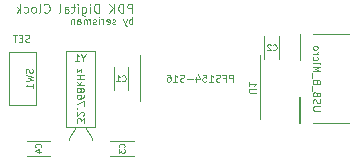
<source format=gbr>
G04 #@! TF.GenerationSoftware,KiCad,Pcbnew,(5.1.5)-3*
G04 #@! TF.CreationDate,2020-07-16T22:53:37-05:00*
G04 #@! TF.ProjectId,pcb,7063622e-6b69-4636-9164-5f7063625858,rev?*
G04 #@! TF.SameCoordinates,Original*
G04 #@! TF.FileFunction,Legend,Bot*
G04 #@! TF.FilePolarity,Positive*
%FSLAX46Y46*%
G04 Gerber Fmt 4.6, Leading zero omitted, Abs format (unit mm)*
G04 Created by KiCad (PCBNEW (5.1.5)-3) date 2020-07-16 22:53:37*
%MOMM*%
%LPD*%
G04 APERTURE LIST*
%ADD10C,0.080000*%
%ADD11C,0.100000*%
%ADD12C,0.120000*%
%ADD13C,0.150000*%
G04 APERTURE END LIST*
D10*
X136688428Y-85777357D02*
X136602714Y-85805928D01*
X136459857Y-85805928D01*
X136402714Y-85777357D01*
X136374142Y-85748785D01*
X136345571Y-85691642D01*
X136345571Y-85634500D01*
X136374142Y-85577357D01*
X136402714Y-85548785D01*
X136459857Y-85520214D01*
X136574142Y-85491642D01*
X136631285Y-85463071D01*
X136659857Y-85434500D01*
X136688428Y-85377357D01*
X136688428Y-85320214D01*
X136659857Y-85263071D01*
X136631285Y-85234500D01*
X136574142Y-85205928D01*
X136431285Y-85205928D01*
X136345571Y-85234500D01*
X136088428Y-85491642D02*
X135888428Y-85491642D01*
X135802714Y-85805928D02*
X136088428Y-85805928D01*
X136088428Y-85205928D01*
X135802714Y-85205928D01*
X135631285Y-85205928D02*
X135288428Y-85205928D01*
X135459857Y-85805928D02*
X135459857Y-85205928D01*
X145411500Y-84281928D02*
X145411500Y-83681928D01*
X145411500Y-83910500D02*
X145354357Y-83881928D01*
X145240071Y-83881928D01*
X145182928Y-83910500D01*
X145154357Y-83939071D01*
X145125785Y-83996214D01*
X145125785Y-84167642D01*
X145154357Y-84224785D01*
X145182928Y-84253357D01*
X145240071Y-84281928D01*
X145354357Y-84281928D01*
X145411500Y-84253357D01*
X144925785Y-83881928D02*
X144782928Y-84281928D01*
X144640071Y-83881928D02*
X144782928Y-84281928D01*
X144840071Y-84424785D01*
X144868642Y-84453357D01*
X144925785Y-84481928D01*
X143982928Y-84253357D02*
X143925785Y-84281928D01*
X143811500Y-84281928D01*
X143754357Y-84253357D01*
X143725785Y-84196214D01*
X143725785Y-84167642D01*
X143754357Y-84110500D01*
X143811500Y-84081928D01*
X143897214Y-84081928D01*
X143954357Y-84053357D01*
X143982928Y-83996214D01*
X143982928Y-83967642D01*
X143954357Y-83910500D01*
X143897214Y-83881928D01*
X143811500Y-83881928D01*
X143754357Y-83910500D01*
X143240071Y-84253357D02*
X143297214Y-84281928D01*
X143411500Y-84281928D01*
X143468642Y-84253357D01*
X143497214Y-84196214D01*
X143497214Y-83967642D01*
X143468642Y-83910500D01*
X143411500Y-83881928D01*
X143297214Y-83881928D01*
X143240071Y-83910500D01*
X143211500Y-83967642D01*
X143211500Y-84024785D01*
X143497214Y-84081928D01*
X142954357Y-84281928D02*
X142954357Y-83881928D01*
X142954357Y-83996214D02*
X142925785Y-83939071D01*
X142897214Y-83910500D01*
X142840071Y-83881928D01*
X142782928Y-83881928D01*
X142582928Y-84281928D02*
X142582928Y-83881928D01*
X142582928Y-83681928D02*
X142611500Y-83710500D01*
X142582928Y-83739071D01*
X142554357Y-83710500D01*
X142582928Y-83681928D01*
X142582928Y-83739071D01*
X142325785Y-84253357D02*
X142268642Y-84281928D01*
X142154357Y-84281928D01*
X142097214Y-84253357D01*
X142068642Y-84196214D01*
X142068642Y-84167642D01*
X142097214Y-84110500D01*
X142154357Y-84081928D01*
X142240071Y-84081928D01*
X142297214Y-84053357D01*
X142325785Y-83996214D01*
X142325785Y-83967642D01*
X142297214Y-83910500D01*
X142240071Y-83881928D01*
X142154357Y-83881928D01*
X142097214Y-83910500D01*
X141811500Y-84281928D02*
X141811500Y-83881928D01*
X141811500Y-83939071D02*
X141782928Y-83910500D01*
X141725785Y-83881928D01*
X141640071Y-83881928D01*
X141582928Y-83910500D01*
X141554357Y-83967642D01*
X141554357Y-84281928D01*
X141554357Y-83967642D02*
X141525785Y-83910500D01*
X141468642Y-83881928D01*
X141382928Y-83881928D01*
X141325785Y-83910500D01*
X141297214Y-83967642D01*
X141297214Y-84281928D01*
X140754357Y-84281928D02*
X140754357Y-83967642D01*
X140782928Y-83910500D01*
X140840071Y-83881928D01*
X140954357Y-83881928D01*
X141011500Y-83910500D01*
X140754357Y-84253357D02*
X140811500Y-84281928D01*
X140954357Y-84281928D01*
X141011500Y-84253357D01*
X141040071Y-84196214D01*
X141040071Y-84139071D01*
X141011500Y-84081928D01*
X140954357Y-84053357D01*
X140811500Y-84053357D01*
X140754357Y-84024785D01*
X140468642Y-83881928D02*
X140468642Y-84281928D01*
X140468642Y-83939071D02*
X140440071Y-83910500D01*
X140382928Y-83881928D01*
X140297214Y-83881928D01*
X140240071Y-83910500D01*
X140211500Y-83967642D01*
X140211500Y-84281928D01*
D11*
X145400500Y-83333785D02*
X145400500Y-82583785D01*
X145114785Y-82583785D01*
X145043357Y-82619500D01*
X145007642Y-82655214D01*
X144971928Y-82726642D01*
X144971928Y-82833785D01*
X145007642Y-82905214D01*
X145043357Y-82940928D01*
X145114785Y-82976642D01*
X145400500Y-82976642D01*
X144650500Y-83333785D02*
X144650500Y-82583785D01*
X144471928Y-82583785D01*
X144364785Y-82619500D01*
X144293357Y-82690928D01*
X144257642Y-82762357D01*
X144221928Y-82905214D01*
X144221928Y-83012357D01*
X144257642Y-83155214D01*
X144293357Y-83226642D01*
X144364785Y-83298071D01*
X144471928Y-83333785D01*
X144650500Y-83333785D01*
X143900500Y-83333785D02*
X143900500Y-82583785D01*
X143471928Y-83333785D02*
X143793357Y-82905214D01*
X143471928Y-82583785D02*
X143900500Y-83012357D01*
X142579071Y-83333785D02*
X142579071Y-82583785D01*
X142400500Y-82583785D01*
X142293357Y-82619500D01*
X142221928Y-82690928D01*
X142186214Y-82762357D01*
X142150500Y-82905214D01*
X142150500Y-83012357D01*
X142186214Y-83155214D01*
X142221928Y-83226642D01*
X142293357Y-83298071D01*
X142400500Y-83333785D01*
X142579071Y-83333785D01*
X141829071Y-83333785D02*
X141829071Y-82833785D01*
X141829071Y-82583785D02*
X141864785Y-82619500D01*
X141829071Y-82655214D01*
X141793357Y-82619500D01*
X141829071Y-82583785D01*
X141829071Y-82655214D01*
X141150500Y-82833785D02*
X141150500Y-83440928D01*
X141186214Y-83512357D01*
X141221928Y-83548071D01*
X141293357Y-83583785D01*
X141400500Y-83583785D01*
X141471928Y-83548071D01*
X141150500Y-83298071D02*
X141221928Y-83333785D01*
X141364785Y-83333785D01*
X141436214Y-83298071D01*
X141471928Y-83262357D01*
X141507642Y-83190928D01*
X141507642Y-82976642D01*
X141471928Y-82905214D01*
X141436214Y-82869500D01*
X141364785Y-82833785D01*
X141221928Y-82833785D01*
X141150500Y-82869500D01*
X140793357Y-83333785D02*
X140793357Y-82833785D01*
X140793357Y-82583785D02*
X140829071Y-82619500D01*
X140793357Y-82655214D01*
X140757642Y-82619500D01*
X140793357Y-82583785D01*
X140793357Y-82655214D01*
X140543357Y-82833785D02*
X140257642Y-82833785D01*
X140436214Y-82583785D02*
X140436214Y-83226642D01*
X140400500Y-83298071D01*
X140329071Y-83333785D01*
X140257642Y-83333785D01*
X139686214Y-83333785D02*
X139686214Y-82940928D01*
X139721928Y-82869500D01*
X139793357Y-82833785D01*
X139936214Y-82833785D01*
X140007642Y-82869500D01*
X139686214Y-83298071D02*
X139757642Y-83333785D01*
X139936214Y-83333785D01*
X140007642Y-83298071D01*
X140043357Y-83226642D01*
X140043357Y-83155214D01*
X140007642Y-83083785D01*
X139936214Y-83048071D01*
X139757642Y-83048071D01*
X139686214Y-83012357D01*
X139221928Y-83333785D02*
X139293357Y-83298071D01*
X139329071Y-83226642D01*
X139329071Y-82583785D01*
X137936214Y-83262357D02*
X137971928Y-83298071D01*
X138079071Y-83333785D01*
X138150500Y-83333785D01*
X138257642Y-83298071D01*
X138329071Y-83226642D01*
X138364785Y-83155214D01*
X138400500Y-83012357D01*
X138400500Y-82905214D01*
X138364785Y-82762357D01*
X138329071Y-82690928D01*
X138257642Y-82619500D01*
X138150500Y-82583785D01*
X138079071Y-82583785D01*
X137971928Y-82619500D01*
X137936214Y-82655214D01*
X137507642Y-83333785D02*
X137579071Y-83298071D01*
X137614785Y-83226642D01*
X137614785Y-82583785D01*
X137114785Y-83333785D02*
X137186214Y-83298071D01*
X137221928Y-83262357D01*
X137257642Y-83190928D01*
X137257642Y-82976642D01*
X137221928Y-82905214D01*
X137186214Y-82869500D01*
X137114785Y-82833785D01*
X137007642Y-82833785D01*
X136936214Y-82869500D01*
X136900500Y-82905214D01*
X136864785Y-82976642D01*
X136864785Y-83190928D01*
X136900500Y-83262357D01*
X136936214Y-83298071D01*
X137007642Y-83333785D01*
X137114785Y-83333785D01*
X136221928Y-83298071D02*
X136293357Y-83333785D01*
X136436214Y-83333785D01*
X136507642Y-83298071D01*
X136543357Y-83262357D01*
X136579071Y-83190928D01*
X136579071Y-82976642D01*
X136543357Y-82905214D01*
X136507642Y-82869500D01*
X136436214Y-82833785D01*
X136293357Y-82833785D01*
X136221928Y-82869500D01*
X135900500Y-83333785D02*
X135900500Y-82583785D01*
X135829071Y-83048071D02*
X135614785Y-83333785D01*
X135614785Y-82833785D02*
X135900500Y-83119500D01*
D12*
X139831000Y-93005500D02*
X139831000Y-86605500D01*
X139831000Y-86605500D02*
X142231000Y-86605500D01*
X142231000Y-86605500D02*
X142231000Y-93005500D01*
X142231000Y-93005500D02*
X139831000Y-93005500D01*
X140681000Y-93005500D02*
X140081000Y-93905500D01*
X140081000Y-93905500D02*
X140081000Y-94105500D01*
X141381000Y-93005500D02*
X141981000Y-93905500D01*
X141981000Y-93905500D02*
X141981000Y-94105500D01*
X146070000Y-88900000D02*
X146070000Y-86950000D01*
X146070000Y-88900000D02*
X146070000Y-90850000D01*
X156190000Y-88900000D02*
X156190000Y-86950000D01*
X156190000Y-88900000D02*
X156190000Y-92350000D01*
D11*
X163730000Y-85150000D02*
X160730000Y-85150000D01*
X159580000Y-85150000D02*
X159580000Y-87300000D01*
D13*
X159580000Y-90500000D02*
X159580000Y-92650000D01*
D11*
X163730000Y-92650000D02*
X160730000Y-92650000D01*
X136461500Y-95430500D02*
X138461500Y-95430500D01*
X136461500Y-94180500D02*
X138461500Y-94180500D01*
X143837500Y-89916000D02*
X143837500Y-87916000D01*
X145087500Y-89916000D02*
X145087500Y-87916000D01*
X157851000Y-87280500D02*
X157851000Y-85280500D01*
X156601000Y-87280500D02*
X156601000Y-85280500D01*
X145542000Y-95430500D02*
X143542000Y-95430500D01*
X145542000Y-94180500D02*
X143542000Y-94180500D01*
D12*
X134990000Y-86625000D02*
X134990000Y-91175000D01*
X137290000Y-86625000D02*
X134990000Y-86625000D01*
X137290000Y-91175000D02*
X137290000Y-86625000D01*
X134990000Y-91175000D02*
X137290000Y-91175000D01*
D10*
X141255714Y-87171214D02*
X141255714Y-87456928D01*
X141455714Y-86856928D02*
X141255714Y-87171214D01*
X141055714Y-86856928D01*
X140541428Y-87456928D02*
X140884285Y-87456928D01*
X140712857Y-87456928D02*
X140712857Y-86856928D01*
X140770000Y-86942642D01*
X140827142Y-86999785D01*
X140884285Y-87028357D01*
X141298571Y-92646214D02*
X141298571Y-92274785D01*
X141070000Y-92474785D01*
X141070000Y-92389071D01*
X141041428Y-92331928D01*
X141012857Y-92303357D01*
X140955714Y-92274785D01*
X140812857Y-92274785D01*
X140755714Y-92303357D01*
X140727142Y-92331928D01*
X140698571Y-92389071D01*
X140698571Y-92560500D01*
X140727142Y-92617642D01*
X140755714Y-92646214D01*
X141241428Y-92046214D02*
X141270000Y-92017642D01*
X141298571Y-91960500D01*
X141298571Y-91817642D01*
X141270000Y-91760500D01*
X141241428Y-91731928D01*
X141184285Y-91703357D01*
X141127142Y-91703357D01*
X141041428Y-91731928D01*
X140698571Y-92074785D01*
X140698571Y-91703357D01*
X140755714Y-91446214D02*
X140727142Y-91417642D01*
X140698571Y-91446214D01*
X140727142Y-91474785D01*
X140755714Y-91446214D01*
X140698571Y-91446214D01*
X141298571Y-91217642D02*
X141298571Y-90817642D01*
X140698571Y-91074785D01*
X141298571Y-90331928D02*
X141298571Y-90446214D01*
X141270000Y-90503357D01*
X141241428Y-90531928D01*
X141155714Y-90589071D01*
X141041428Y-90617642D01*
X140812857Y-90617642D01*
X140755714Y-90589071D01*
X140727142Y-90560500D01*
X140698571Y-90503357D01*
X140698571Y-90389071D01*
X140727142Y-90331928D01*
X140755714Y-90303357D01*
X140812857Y-90274785D01*
X140955714Y-90274785D01*
X141012857Y-90303357D01*
X141041428Y-90331928D01*
X141070000Y-90389071D01*
X141070000Y-90503357D01*
X141041428Y-90560500D01*
X141012857Y-90589071D01*
X140955714Y-90617642D01*
X141041428Y-89931928D02*
X141070000Y-89989071D01*
X141098571Y-90017642D01*
X141155714Y-90046214D01*
X141184285Y-90046214D01*
X141241428Y-90017642D01*
X141270000Y-89989071D01*
X141298571Y-89931928D01*
X141298571Y-89817642D01*
X141270000Y-89760500D01*
X141241428Y-89731928D01*
X141184285Y-89703357D01*
X141155714Y-89703357D01*
X141098571Y-89731928D01*
X141070000Y-89760500D01*
X141041428Y-89817642D01*
X141041428Y-89931928D01*
X141012857Y-89989071D01*
X140984285Y-90017642D01*
X140927142Y-90046214D01*
X140812857Y-90046214D01*
X140755714Y-90017642D01*
X140727142Y-89989071D01*
X140698571Y-89931928D01*
X140698571Y-89817642D01*
X140727142Y-89760500D01*
X140755714Y-89731928D01*
X140812857Y-89703357D01*
X140927142Y-89703357D01*
X140984285Y-89731928D01*
X141012857Y-89760500D01*
X141041428Y-89817642D01*
X140698571Y-89446214D02*
X141298571Y-89446214D01*
X140927142Y-89389071D02*
X140698571Y-89217642D01*
X141098571Y-89217642D02*
X140870000Y-89446214D01*
X140698571Y-88960500D02*
X141298571Y-88960500D01*
X141012857Y-88960500D02*
X141012857Y-88617642D01*
X140698571Y-88617642D02*
X141298571Y-88617642D01*
X141098571Y-88389071D02*
X141098571Y-88074785D01*
X140698571Y-88389071D01*
X140698571Y-88074785D01*
X155903571Y-90119142D02*
X155417857Y-90119142D01*
X155360714Y-90090571D01*
X155332142Y-90062000D01*
X155303571Y-90004857D01*
X155303571Y-89890571D01*
X155332142Y-89833428D01*
X155360714Y-89804857D01*
X155417857Y-89776285D01*
X155903571Y-89776285D01*
X155303571Y-89176285D02*
X155303571Y-89519142D01*
X155303571Y-89347714D02*
X155903571Y-89347714D01*
X155817857Y-89404857D01*
X155760714Y-89462000D01*
X155732142Y-89519142D01*
X153915714Y-89171428D02*
X153915714Y-88571428D01*
X153687142Y-88571428D01*
X153630000Y-88600000D01*
X153601428Y-88628571D01*
X153572857Y-88685714D01*
X153572857Y-88771428D01*
X153601428Y-88828571D01*
X153630000Y-88857142D01*
X153687142Y-88885714D01*
X153915714Y-88885714D01*
X153115714Y-88857142D02*
X153315714Y-88857142D01*
X153315714Y-89171428D02*
X153315714Y-88571428D01*
X153030000Y-88571428D01*
X152830000Y-89142857D02*
X152744285Y-89171428D01*
X152601428Y-89171428D01*
X152544285Y-89142857D01*
X152515714Y-89114285D01*
X152487142Y-89057142D01*
X152487142Y-89000000D01*
X152515714Y-88942857D01*
X152544285Y-88914285D01*
X152601428Y-88885714D01*
X152715714Y-88857142D01*
X152772857Y-88828571D01*
X152801428Y-88800000D01*
X152830000Y-88742857D01*
X152830000Y-88685714D01*
X152801428Y-88628571D01*
X152772857Y-88600000D01*
X152715714Y-88571428D01*
X152572857Y-88571428D01*
X152487142Y-88600000D01*
X151915714Y-89171428D02*
X152258571Y-89171428D01*
X152087142Y-89171428D02*
X152087142Y-88571428D01*
X152144285Y-88657142D01*
X152201428Y-88714285D01*
X152258571Y-88742857D01*
X151372857Y-88571428D02*
X151658571Y-88571428D01*
X151687142Y-88857142D01*
X151658571Y-88828571D01*
X151601428Y-88800000D01*
X151458571Y-88800000D01*
X151401428Y-88828571D01*
X151372857Y-88857142D01*
X151344285Y-88914285D01*
X151344285Y-89057142D01*
X151372857Y-89114285D01*
X151401428Y-89142857D01*
X151458571Y-89171428D01*
X151601428Y-89171428D01*
X151658571Y-89142857D01*
X151687142Y-89114285D01*
X150830000Y-88771428D02*
X150830000Y-89171428D01*
X150972857Y-88542857D02*
X151115714Y-88971428D01*
X150744285Y-88971428D01*
X150515714Y-88942857D02*
X150058571Y-88942857D01*
X149801428Y-89142857D02*
X149715714Y-89171428D01*
X149572857Y-89171428D01*
X149515714Y-89142857D01*
X149487142Y-89114285D01*
X149458571Y-89057142D01*
X149458571Y-89000000D01*
X149487142Y-88942857D01*
X149515714Y-88914285D01*
X149572857Y-88885714D01*
X149687142Y-88857142D01*
X149744285Y-88828571D01*
X149772857Y-88800000D01*
X149801428Y-88742857D01*
X149801428Y-88685714D01*
X149772857Y-88628571D01*
X149744285Y-88600000D01*
X149687142Y-88571428D01*
X149544285Y-88571428D01*
X149458571Y-88600000D01*
X148887142Y-89171428D02*
X149230000Y-89171428D01*
X149058571Y-89171428D02*
X149058571Y-88571428D01*
X149115714Y-88657142D01*
X149172857Y-88714285D01*
X149230000Y-88742857D01*
X148372857Y-88571428D02*
X148487142Y-88571428D01*
X148544285Y-88600000D01*
X148572857Y-88628571D01*
X148630000Y-88714285D01*
X148658571Y-88828571D01*
X148658571Y-89057142D01*
X148630000Y-89114285D01*
X148601428Y-89142857D01*
X148544285Y-89171428D01*
X148430000Y-89171428D01*
X148372857Y-89142857D01*
X148344285Y-89114285D01*
X148315714Y-89057142D01*
X148315714Y-88914285D01*
X148344285Y-88857142D01*
X148372857Y-88828571D01*
X148430000Y-88800000D01*
X148544285Y-88800000D01*
X148601428Y-88828571D01*
X148630000Y-88857142D01*
X148658571Y-88914285D01*
X161301071Y-91614285D02*
X160815357Y-91614285D01*
X160758214Y-91585714D01*
X160729642Y-91557142D01*
X160701071Y-91500000D01*
X160701071Y-91385714D01*
X160729642Y-91328571D01*
X160758214Y-91300000D01*
X160815357Y-91271428D01*
X161301071Y-91271428D01*
X160729642Y-91014285D02*
X160701071Y-90928571D01*
X160701071Y-90785714D01*
X160729642Y-90728571D01*
X160758214Y-90700000D01*
X160815357Y-90671428D01*
X160872500Y-90671428D01*
X160929642Y-90700000D01*
X160958214Y-90728571D01*
X160986785Y-90785714D01*
X161015357Y-90900000D01*
X161043928Y-90957142D01*
X161072500Y-90985714D01*
X161129642Y-91014285D01*
X161186785Y-91014285D01*
X161243928Y-90985714D01*
X161272500Y-90957142D01*
X161301071Y-90900000D01*
X161301071Y-90757142D01*
X161272500Y-90671428D01*
X161015357Y-90214285D02*
X160986785Y-90128571D01*
X160958214Y-90100000D01*
X160901071Y-90071428D01*
X160815357Y-90071428D01*
X160758214Y-90100000D01*
X160729642Y-90128571D01*
X160701071Y-90185714D01*
X160701071Y-90414285D01*
X161301071Y-90414285D01*
X161301071Y-90214285D01*
X161272500Y-90157142D01*
X161243928Y-90128571D01*
X161186785Y-90100000D01*
X161129642Y-90100000D01*
X161072500Y-90128571D01*
X161043928Y-90157142D01*
X161015357Y-90214285D01*
X161015357Y-90414285D01*
X160643928Y-89957142D02*
X160643928Y-89500000D01*
X161015357Y-89157142D02*
X160986785Y-89071428D01*
X160958214Y-89042857D01*
X160901071Y-89014285D01*
X160815357Y-89014285D01*
X160758214Y-89042857D01*
X160729642Y-89071428D01*
X160701071Y-89128571D01*
X160701071Y-89357142D01*
X161301071Y-89357142D01*
X161301071Y-89157142D01*
X161272500Y-89100000D01*
X161243928Y-89071428D01*
X161186785Y-89042857D01*
X161129642Y-89042857D01*
X161072500Y-89071428D01*
X161043928Y-89100000D01*
X161015357Y-89157142D01*
X161015357Y-89357142D01*
X160643928Y-88900000D02*
X160643928Y-88442857D01*
X160701071Y-88300000D02*
X161301071Y-88300000D01*
X160872500Y-88100000D01*
X161301071Y-87900000D01*
X160701071Y-87900000D01*
X160701071Y-87614285D02*
X161101071Y-87614285D01*
X161301071Y-87614285D02*
X161272500Y-87642857D01*
X161243928Y-87614285D01*
X161272500Y-87585714D01*
X161301071Y-87614285D01*
X161243928Y-87614285D01*
X160729642Y-87071428D02*
X160701071Y-87128571D01*
X160701071Y-87242857D01*
X160729642Y-87300000D01*
X160758214Y-87328571D01*
X160815357Y-87357142D01*
X160986785Y-87357142D01*
X161043928Y-87328571D01*
X161072500Y-87300000D01*
X161101071Y-87242857D01*
X161101071Y-87128571D01*
X161072500Y-87071428D01*
X160701071Y-86814285D02*
X161101071Y-86814285D01*
X160986785Y-86814285D02*
X161043928Y-86785714D01*
X161072500Y-86757142D01*
X161101071Y-86700000D01*
X161101071Y-86642857D01*
X160701071Y-86357142D02*
X160729642Y-86414285D01*
X160758214Y-86442857D01*
X160815357Y-86471428D01*
X160986785Y-86471428D01*
X161043928Y-86442857D01*
X161072500Y-86414285D01*
X161101071Y-86357142D01*
X161101071Y-86271428D01*
X161072500Y-86214285D01*
X161043928Y-86185714D01*
X160986785Y-86157142D01*
X160815357Y-86157142D01*
X160758214Y-86185714D01*
X160729642Y-86214285D01*
X160701071Y-86271428D01*
X160701071Y-86357142D01*
D11*
X137640071Y-94722166D02*
X137663880Y-94698357D01*
X137687690Y-94626928D01*
X137687690Y-94579309D01*
X137663880Y-94507880D01*
X137616261Y-94460261D01*
X137568642Y-94436452D01*
X137473404Y-94412642D01*
X137401976Y-94412642D01*
X137306738Y-94436452D01*
X137259119Y-94460261D01*
X137211500Y-94507880D01*
X137187690Y-94579309D01*
X137187690Y-94626928D01*
X137211500Y-94698357D01*
X137235309Y-94722166D01*
X137354357Y-95150738D02*
X137687690Y-95150738D01*
X137163880Y-95031690D02*
X137521023Y-94912642D01*
X137521023Y-95222166D01*
X144545833Y-89094571D02*
X144569642Y-89118380D01*
X144641071Y-89142190D01*
X144688690Y-89142190D01*
X144760119Y-89118380D01*
X144807738Y-89070761D01*
X144831547Y-89023142D01*
X144855357Y-88927904D01*
X144855357Y-88856476D01*
X144831547Y-88761238D01*
X144807738Y-88713619D01*
X144760119Y-88666000D01*
X144688690Y-88642190D01*
X144641071Y-88642190D01*
X144569642Y-88666000D01*
X144545833Y-88689809D01*
X144069642Y-89142190D02*
X144355357Y-89142190D01*
X144212500Y-89142190D02*
X144212500Y-88642190D01*
X144260119Y-88713619D01*
X144307738Y-88761238D01*
X144355357Y-88785047D01*
X157309333Y-86459071D02*
X157333142Y-86482880D01*
X157404571Y-86506690D01*
X157452190Y-86506690D01*
X157523619Y-86482880D01*
X157571238Y-86435261D01*
X157595047Y-86387642D01*
X157618857Y-86292404D01*
X157618857Y-86220976D01*
X157595047Y-86125738D01*
X157571238Y-86078119D01*
X157523619Y-86030500D01*
X157452190Y-86006690D01*
X157404571Y-86006690D01*
X157333142Y-86030500D01*
X157309333Y-86054309D01*
X157118857Y-86054309D02*
X157095047Y-86030500D01*
X157047428Y-86006690D01*
X156928380Y-86006690D01*
X156880761Y-86030500D01*
X156856952Y-86054309D01*
X156833142Y-86101928D01*
X156833142Y-86149547D01*
X156856952Y-86220976D01*
X157142666Y-86506690D01*
X156833142Y-86506690D01*
X144720571Y-94722166D02*
X144744380Y-94698357D01*
X144768190Y-94626928D01*
X144768190Y-94579309D01*
X144744380Y-94507880D01*
X144696761Y-94460261D01*
X144649142Y-94436452D01*
X144553904Y-94412642D01*
X144482476Y-94412642D01*
X144387238Y-94436452D01*
X144339619Y-94460261D01*
X144292000Y-94507880D01*
X144268190Y-94579309D01*
X144268190Y-94626928D01*
X144292000Y-94698357D01*
X144315809Y-94722166D01*
X144268190Y-94888833D02*
X144268190Y-95198357D01*
X144458666Y-95031690D01*
X144458666Y-95103119D01*
X144482476Y-95150738D01*
X144506285Y-95174547D01*
X144553904Y-95198357D01*
X144672952Y-95198357D01*
X144720571Y-95174547D01*
X144744380Y-95150738D01*
X144768190Y-95103119D01*
X144768190Y-94960261D01*
X144744380Y-94912642D01*
X144720571Y-94888833D01*
D10*
X136958357Y-88100000D02*
X136986928Y-88185714D01*
X136986928Y-88328571D01*
X136958357Y-88385714D01*
X136929785Y-88414285D01*
X136872642Y-88442857D01*
X136815500Y-88442857D01*
X136758357Y-88414285D01*
X136729785Y-88385714D01*
X136701214Y-88328571D01*
X136672642Y-88214285D01*
X136644071Y-88157142D01*
X136615500Y-88128571D01*
X136558357Y-88100000D01*
X136501214Y-88100000D01*
X136444071Y-88128571D01*
X136415500Y-88157142D01*
X136386928Y-88214285D01*
X136386928Y-88357142D01*
X136415500Y-88442857D01*
X136386928Y-88642857D02*
X136986928Y-88785714D01*
X136558357Y-88900000D01*
X136986928Y-89014285D01*
X136386928Y-89157142D01*
X136986928Y-89700000D02*
X136986928Y-89357142D01*
X136986928Y-89528571D02*
X136386928Y-89528571D01*
X136472642Y-89471428D01*
X136529785Y-89414285D01*
X136558357Y-89357142D01*
M02*

</source>
